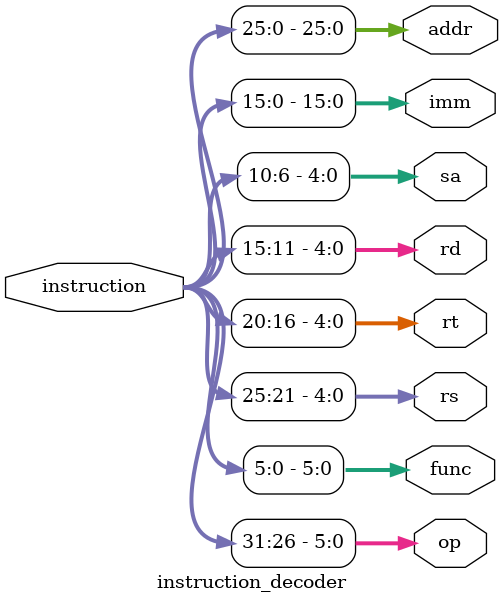
<source format=v>
`timescale 1ns / 1ps

//NOTE: this currently works ONLY for R-types. No other logic has been created yet

module instruction_decoder(instruction, op, func, rs, rt, rd, sa, imm, addr);
    input [31:0] instruction; //do from instr_mem
    output wire [5:0] op;
    output wire [5:0] func;
    output wire [4:0] rs;
    output wire [4:0] rt;
    output wire [4:0] rd;
    output wire [4:0] sa;
    output wire [15:0] imm;
    output wire [25:0] addr;
        
    assign op = instruction[31:26];
    assign func = instruction[5:0];
    assign rs = instruction[25:21];
    assign rt = instruction[20:16];
    assign rd = instruction[15:11];
    assign sa = instruction[10:6];
    assign addr = instruction[25:0];
    assign imm = instruction[15:0];
    
endmodule

</source>
